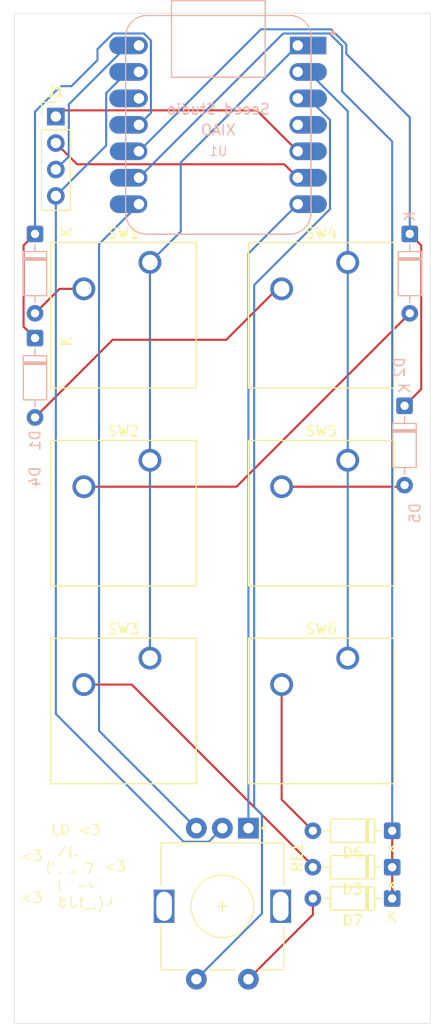
<source format=kicad_pcb>
(kicad_pcb (version 20241229) (generator "pcbnew") (generator_version "9.0")
  (layers (0 "F.Cu" signal) (2 "B.Cu" signal) (13 "F.Paste" user) (15 "B.Paste" user) (5 "F.SilkS" user "F.Silkscreen") (7 "B.SilkS" user "B.Silkscreen") (1 "F.Mask" user) (3 "B.Mask" user) (25 "Edge.Cuts" user))
  (net 0 "")
  (net 1 "ROW1")
  (net 2 "Net-(D1-A)")
  (net 3 "Net-(D2-A)")
  (net 4 "ROW2")
  (net 5 "ROW3")
  (net 6 "Net-(D3-A)")
  (net 7 "Net-(D4-A)")
  (net 8 "Net-(D5-A)")
  (net 9 "Net-(D6-A)")
  (net 10 "Net-(D7-A)")
  (net 11 "SCL")
  (net 12 "VCC")
  (net 13 "GND")
  (net 14 "SDA")
  (net 15 "COL3")
  (net 16 "RE1A")
  (net 17 "RE1B")
  (net 18 "COL1")
  (net 19 "COL2")
  (net 21 "unconnected-(U1-3V3-Pad12)")
  (footprint "MountingHole:MountingHole_3.2mm_M3" (layer "F.Cu") (at 113 150.5)
    (property "Reference" "REF**" (hide yes))
    (property "Value" "MountingHole_3.2mm_M3" (hide yes))
    (pad "" np_thru_hole circle (at 0 0) (size 3.2 3.2) (drill 3.2) (layers "*.Cu" "*.Mask"))
  )
  (footprint "Rotary_Encoder:RotaryEncoder_Alps_EC11E-Switch_Vertical_H20mm" (layer "F.Cu") (at 131.5 135.75 -90)
    (property "Reference" "RE1" (at 2.8 -4.7 90) (layer "F.SilkS"))
    (property "Value" "RotaryEncoder_Switch")
    (fp_line (start 5.5 8.4) (end 1.4 8.4) (stroke (width 0.12)) (layer "F.SilkS"))
    (fp_line (start 13.6 8.4) (end 9.5 8.4) (stroke (width 0.12)) (layer "F.SilkS"))
    (fp_line (start 13.6 6) (end 13.6 8.4) (stroke (width 0.12)) (layer "F.SilkS"))
    (fp_line (start 7 2.5) (end 8 2.5) (stroke (width 0.12)) (layer "F.SilkS"))
    (fp_line (start 7.5 2) (end 7.5 3) (stroke (width 0.12)) (layer "F.SilkS"))
    (fp_line (start 13.6 1.2) (end 13.6 3.8) (stroke (width 0.12)) (layer "F.SilkS"))
    (fp_line (start 0 -1.3) (end -0.3 -1.6) (stroke (width 0.12)) (layer "F.SilkS"))
    (fp_line (start -0.3 -1.6) (end 0.3 -1.6) (stroke (width 0.12)) (layer "F.SilkS"))
    (fp_line (start 0.3 -1.6) (end 0 -1.3) (stroke (width 0.12)) (layer "F.SilkS"))
    (fp_line (start 1.4 -3.4) (end 1.4 8.4) (stroke (width 0.12)) (layer "F.SilkS"))
    (fp_line (start 5.5 -3.4) (end 1.4 -3.4) (stroke (width 0.12)) (layer "F.SilkS"))
    (fp_line (start 9.5 -3.4) (end 13.6 -3.4) (stroke (width 0.12)) (layer "F.SilkS"))
    (fp_line (start 13.6 -3.4) (end 13.6 -1) (stroke (width 0.12)) (layer "F.SilkS"))
    (fp_circle (center 7.5 2.5) (end 10.5 2.5) (stroke (width 0.12)) (fill no) (layer "F.SilkS"))
    (pad "A" thru_hole rect (at 0 0 270) (size 2 2) (drill 1) (layers "*.Cu" "*.Mask") (net 16 "RE1A"))
    (pad "B" thru_hole circle (at 0 5 270) (size 2 2) (drill 1) (layers "*.Cu" "*.Mask") (net 17 "RE1B"))
    (pad "C" thru_hole circle (at 0 2.5 270) (size 2 2) (drill 1) (layers "*.Cu" "*.Mask") (net 13 "GND"))
    (pad "MP" thru_hole rect (at 7.5 -3.1 270) (size 3.2 2) (drill oval 2.8 1.5) (layers "*.Cu" "*.Mask"))
    (pad "MP" thru_hole rect (at 7.5 8.1 270) (size 3.2 2) (drill oval 2.8 1.5) (layers "*.Cu" "*.Mask"))
    (pad "S1" thru_hole circle (at 14.5 5 270) (size 2 2) (drill 1) (layers "*.Cu" "*.Mask") (net 15 "COL3"))
    (pad "S2" thru_hole circle (at 14.5 0 270) (size 2 2) (drill 1) (layers "*.Cu" "*.Mask") (net 10 "Net-(D7-A)"))
  )
  (footprint "Button_Switch_Keyboard:SW_Cherry_MX_1.00u_PCB" (layer "F.Cu") (at 141.04 119.42)
    (property "Reference" "SW6" (at -2.54 -2.794 0) (layer "F.SilkS"))
    (property "Value" "SW_Push_45deg")
    (fp_line (start -9.525 -1.905) (end 4.445 -1.905) (stroke (width 0.12)) (layer "F.SilkS"))
    (fp_line (start -9.525 12.065) (end -9.525 -1.905) (stroke (width 0.12)) (layer "F.SilkS"))
    (fp_line (start 4.445 -1.905) (end 4.445 12.065) (stroke (width 0.12)) (layer "F.SilkS"))
    (fp_line (start 4.445 12.065) (end -9.525 12.065) (stroke (width 0.12)) (layer "F.SilkS"))
    (pad "" np_thru_hole circle (at -7.62 5.08) (size 1.7 1.7) (drill 1.7) (layers "*.Cu" "*.Mask"))
    (pad "" np_thru_hole circle (at -2.54 5.08) (size 4 4) (drill 4) (layers "*.Cu" "*.Mask"))
    (pad "" np_thru_hole circle (at 2.54 5.08) (size 1.7 1.7) (drill 1.7) (layers "*.Cu" "*.Mask"))
    (pad "1" thru_hole circle (at 0 0) (size 2.2 2.2) (drill 1.5) (layers "*.Cu" "*.Mask") (net 19 "COL2"))
    (pad "2" thru_hole circle (at -6.35 2.54) (size 2.2 2.2) (drill 1.5) (layers "*.Cu" "*.Mask") (net 9 "Net-(D6-A)"))
  )
  (footprint "Connector_PinHeader_2.54mm:PinHeader_1x04_P2.54mm_Vertical" (layer "F.Cu") (at 113 67.42)
    (property "Reference" "J1" (at 0 -2.38 0) (layer "F.SilkS"))
    (property "Value" "OLED_DISPLAY")
    (fp_line (start -1.38 -1.38) (end 0 -1.38) (stroke (width 0.12)) (layer "F.SilkS"))
    (fp_line (start -1.38 0) (end -1.38 -1.38) (stroke (width 0.12)) (layer "F.SilkS"))
    (fp_line (start -1.38 1.27) (end -1.38 9) (stroke (width 0.12)) (layer "F.SilkS"))
    (fp_line (start -1.38 1.27) (end 1.38 1.27) (stroke (width 0.12)) (layer "F.SilkS"))
    (fp_line (start -1.38 9) (end 1.38 9) (stroke (width 0.12)) (layer "F.SilkS"))
    (fp_line (start 1.38 1.27) (end 1.38 9) (stroke (width 0.12)) (layer "F.SilkS"))
    (pad "1" thru_hole rect (at 0 0) (size 1.7 1.7) (drill 1) (layers "*.Cu" "*.Mask") (net 14 "SDA"))
    (pad "2" thru_hole circle (at 0 2.54) (size 1.7 1.7) (drill 1) (layers "*.Cu" "*.Mask") (net 11 "SCL"))
    (pad "3" thru_hole circle (at 0 5.08) (size 1.7 1.7) (drill 1) (layers "*.Cu" "*.Mask") (net 12 "VCC"))
    (pad "4" thru_hole circle (at 0 7.62) (size 1.7 1.7) (drill 1) (layers "*.Cu" "*.Mask") (net 13 "GND"))
  )
  (footprint "Button_Switch_Keyboard:SW_Cherry_MX_1.00u_PCB" (layer "F.Cu") (at 122.04 119.42)
    (property "Reference" "SW3" (at -2.54 -2.794 0) (layer "F.SilkS"))
    (property "Value" "SW_Push_45deg")
    (fp_line (start -9.525 -1.905) (end 4.445 -1.905) (stroke (width 0.12)) (layer "F.SilkS"))
    (fp_line (start -9.525 12.065) (end -9.525 -1.905) (stroke (width 0.12)) (layer "F.SilkS"))
    (fp_line (start 4.445 -1.905) (end 4.445 12.065) (stroke (width 0.12)) (layer "F.SilkS"))
    (fp_line (start 4.445 12.065) (end -9.525 12.065) (stroke (width 0.12)) (layer "F.SilkS"))
    (pad "" np_thru_hole circle (at -7.62 5.08) (size 1.7 1.7) (drill 1.7) (layers "*.Cu" "*.Mask"))
    (pad "" np_thru_hole circle (at -2.54 5.08) (size 4 4) (drill 4) (layers "*.Cu" "*.Mask"))
    (pad "" np_thru_hole circle (at 2.54 5.08) (size 1.7 1.7) (drill 1.7) (layers "*.Cu" "*.Mask"))
    (pad "1" thru_hole circle (at 0 0) (size 2.2 2.2) (drill 1.5) (layers "*.Cu" "*.Mask") (net 18 "COL1"))
    (pad "2" thru_hole circle (at -6.35 2.54) (size 2.2 2.2) (drill 1.5) (layers "*.Cu" "*.Mask") (net 6 "Net-(D3-A)"))
  )
  (footprint "MountingHole:MountingHole_3.2mm_M3" (layer "F.Cu") (at 145 61.5)
    (property "Reference" "REF**" (hide yes))
    (property "Value" "MountingHole_3.2mm_M3" (hide yes))
    (pad "" np_thru_hole circle (at 0 0) (size 3.2 3.2) (drill 3.2) (layers "*.Cu" "*.Mask"))
  )
  (footprint "Button_Switch_Keyboard:SW_Cherry_MX_1.00u_PCB" (layer "F.Cu") (at 122.04 100.42)
    (property "Reference" "SW2" (at -2.54 -2.794 0) (layer "F.SilkS"))
    (property "Value" "SW_Push_45deg")
    (fp_line (start -9.525 -1.905) (end 4.445 -1.905) (stroke (width 0.12)) (layer "F.SilkS"))
    (fp_line (start -9.525 12.065) (end -9.525 -1.905) (stroke (width 0.12)) (layer "F.SilkS"))
    (fp_line (start 4.445 -1.905) (end 4.445 12.065) (stroke (width 0.12)) (layer "F.SilkS"))
    (fp_line (start 4.445 12.065) (end -9.525 12.065) (stroke (width 0.12)) (layer "F.SilkS"))
    (pad "" np_thru_hole circle (at -7.62 5.08) (size 1.7 1.7) (drill 1.7) (layers "*.Cu" "*.Mask"))
    (pad "" np_thru_hole circle (at -2.54 5.08) (size 4 4) (drill 4) (layers "*.Cu" "*.Mask"))
    (pad "" np_thru_hole circle (at 2.54 5.08) (size 1.7 1.7) (drill 1.7) (layers "*.Cu" "*.Mask"))
    (pad "1" thru_hole circle (at 0 0) (size 2.2 2.2) (drill 1.5) (layers "*.Cu" "*.Mask") (net 18 "COL1"))
    (pad "2" thru_hole circle (at -6.35 2.54) (size 2.2 2.2) (drill 1.5) (layers "*.Cu" "*.Mask") (net 3 "Net-(D2-A)"))
  )
  (footprint "Diode_THT:D_DO-35_SOD27_P7.62mm_Horizontal" (layer "F.Cu") (at 145.31 142.5 180)
    (property "Reference" "D7" (at 3.81 -2.12 0) (layer "F.SilkS"))
    (property "Value" "1N4148" (hide yes))
    (fp_line (start 6.58 0) (end 5.93 0) (stroke (width 0.12)) (layer "F.SilkS"))
    (fp_line (start 2.53 -1.12) (end 2.53 1.12) (stroke (width 0.12)) (layer "F.SilkS"))
    (fp_line (start 2.41 -1.12) (end 2.41 1.12) (stroke (width 0.12)) (layer "F.SilkS"))
    (fp_line (start 2.29 -1.12) (end 2.29 1.12) (stroke (width 0.12)) (layer "F.SilkS"))
    (fp_line (start 1.04 0) (end 1.69 0) (stroke (width 0.12)) (layer "F.SilkS"))
    (fp_rect (start 1.69 -1.12) (end 5.93 1.12) (stroke (width 0.12)) (fill no) (layer "F.SilkS"))
    (fp_text user "K" (at 0 -1.8 0) (layer "F.SilkS"))
    (pad "1" thru_hole roundrect (at 0 0 180) (size 1.6 1.6) (drill 0.8) (layers "*.Cu" "*.Mask") (roundrect_rratio 0.15625) (net 5 "ROW3"))
    (pad "2" thru_hole circle (at 7.62 0 180) (size 1.6 1.6) (drill 0.8) (layers "*.Cu" "*.Mask") (net 10 "Net-(D7-A)"))
  )
  (footprint "Button_Switch_Keyboard:SW_Cherry_MX_1.00u_PCB" (layer "F.Cu") (at 141.04 81.42)
    (property "Reference" "SW4" (at -2.54 -2.794 0) (layer "F.SilkS"))
    (property "Value" "SW_Push_45deg")
    (fp_line (start -9.525 -1.905) (end 4.445 -1.905) (stroke (width 0.12)) (layer "F.SilkS"))
    (fp_line (start -9.525 12.065) (end -9.525 -1.905) (stroke (width 0.12)) (layer "F.SilkS"))
    (fp_line (start 4.445 -1.905) (end 4.445 12.065) (stroke (width 0.12)) (layer "F.SilkS"))
    (fp_line (start 4.445 12.065) (end -9.525 12.065) (stroke (width 0.12)) (layer "F.SilkS"))
    (pad "" np_thru_hole circle (at -7.62 5.08) (size 1.7 1.7) (drill 1.7) (layers "*.Cu" "*.Mask"))
    (pad "" np_thru_hole circle (at -2.54 5.08) (size 4 4) (drill 4) (layers "*.Cu" "*.Mask"))
    (pad "" np_thru_hole circle (at 2.54 5.08) (size 1.7 1.7) (drill 1.7) (layers "*.Cu" "*.Mask"))
    (pad "1" thru_hole circle (at 0 0) (size 2.2 2.2) (drill 1.5) (layers "*.Cu" "*.Mask") (net 19 "COL2"))
    (pad "2" thru_hole circle (at -6.35 2.54) (size 2.2 2.2) (drill 1.5) (layers "*.Cu" "*.Mask") (net 7 "Net-(D4-A)"))
  )
  (footprint "MountingHole:MountingHole_3.2mm_M3" (layer "F.Cu") (at 113 61.5)
    (property "Reference" "REF**" (hide yes))
    (property "Value" "MountingHole_3.2mm_M3" (hide yes))
    (pad "" np_thru_hole circle (at 0 0) (size 3.2 3.2) (drill 3.2) (layers "*.Cu" "*.Mask"))
  )
  (footprint "Diode_THT:D_DO-35_SOD27_P7.62mm_Horizontal" (layer "F.Cu") (at 145.31 139.5 180)
    (property "Reference" "D3" (at 3.81 -2.12 0) (layer "F.SilkS"))
    (property "Value" "1N4148" (hide yes))
    (fp_line (start 6.58 0) (end 5.93 0) (stroke (width 0.12)) (layer "F.SilkS"))
    (fp_line (start 2.53 -1.12) (end 2.53 1.12) (stroke (width 0.12)) (layer "F.SilkS"))
    (fp_line (start 2.41 -1.12) (end 2.41 1.12) (stroke (width 0.12)) (layer "F.SilkS"))
    (fp_line (start 2.29 -1.12) (end 2.29 1.12) (stroke (width 0.12)) (layer "F.SilkS"))
    (fp_line (start 1.04 0) (end 1.69 0) (stroke (width 0.12)) (layer "F.SilkS"))
    (fp_rect (start 1.69 -1.12) (end 5.93 1.12) (stroke (width 0.12)) (fill no) (layer "F.SilkS"))
    (fp_text user "K" (at 0 -1.8 0) (layer "F.SilkS"))
    (pad "1" thru_hole roundrect (at 0 0 180) (size 1.6 1.6) (drill 0.8) (layers "*.Cu" "*.Mask") (roundrect_rratio 0.15625) (net 5 "ROW3"))
    (pad "2" thru_hole circle (at 7.62 0 180) (size 1.6 1.6) (drill 0.8) (layers "*.Cu" "*.Mask") (net 6 "Net-(D3-A)"))
  )
  (footprint "Button_Switch_Keyboard:SW_Cherry_MX_1.00u_PCB" (layer "F.Cu") (at 122.04 81.42)
    (property "Reference" "SW1" (at -2.54 -2.794 0) (layer "F.SilkS"))
    (property "Value" "SW_Push_45deg")
    (fp_line (start -9.525 -1.905) (end 4.445 -1.905) (stroke (width 0.12)) (layer "F.SilkS"))
    (fp_line (start -9.525 12.065) (end -9.525 -1.905) (stroke (width 0.12)) (layer "F.SilkS"))
    (fp_line (start 4.445 -1.905) (end 4.445 12.065) (stroke (width 0.12)) (layer "F.SilkS"))
    (fp_line (start 4.445 12.065) (end -9.525 12.065) (stroke (width 0.12)) (layer "F.SilkS"))
    (pad "" np_thru_hole circle (at -7.62 5.08) (size 1.7 1.7) (drill 1.7) (layers "*.Cu" "*.Mask"))
    (pad "" np_thru_hole circle (at -2.54 5.08) (size 4 4) (drill 4) (layers "*.Cu" "*.Mask"))
    (pad "" np_thru_hole circle (at 2.54 5.08) (size 1.7 1.7) (drill 1.7) (layers "*.Cu" "*.Mask"))
    (pad "1" thru_hole circle (at 0 0) (size 2.2 2.2) (drill 1.5) (layers "*.Cu" "*.Mask") (net 18 "COL1"))
    (pad "2" thru_hole circle (at -6.35 2.54) (size 2.2 2.2) (drill 1.5) (layers "*.Cu" "*.Mask") (net 2 "Net-(D1-A)"))
  )
  (footprint "Diode_THT:D_DO-35_SOD27_P7.62mm_Horizontal" (layer "F.Cu") (at 145.31 136 180)
    (property "Reference" "D6" (at 3.81 -2.12 0) (layer "F.SilkS"))
    (property "Value" "1N4148" (hide yes))
    (fp_line (start 6.58 0) (end 5.93 0) (stroke (width 0.12)) (layer "F.SilkS"))
    (fp_line (start 2.53 -1.12) (end 2.53 1.12) (stroke (width 0.12)) (layer "F.SilkS"))
    (fp_line (start 2.41 -1.12) (end 2.41 1.12) (stroke (width 0.12)) (layer "F.SilkS"))
    (fp_line (start 2.29 -1.12) (end 2.29 1.12) (stroke (width 0.12)) (layer "F.SilkS"))
    (fp_line (start 1.04 0) (end 1.69 0) (stroke (width 0.12)) (layer "F.SilkS"))
    (fp_rect (start 1.69 -1.12) (end 5.93 1.12) (stroke (width 0.12)) (fill no) (layer "F.SilkS"))
    (fp_text user "K" (at 0 -1.8 0) (layer "F.SilkS"))
    (pad "1" thru_hole roundrect (at 0 0 180) (size 1.6 1.6) (drill 0.8) (layers "*.Cu" "*.Mask") (roundrect_rratio 0.15625) (net 5 "ROW3"))
    (pad "2" thru_hole circle (at 7.62 0 180) (size 1.6 1.6) (drill 0.8) (layers "*.Cu" "*.Mask") (net 9 "Net-(D6-A)"))
  )
  (footprint "Button_Switch_Keyboard:SW_Cherry_MX_1.00u_PCB" (layer "F.Cu") (at 141.04 100.42)
    (property "Reference" "SW5" (at -2.54 -2.794 0) (layer "F.SilkS"))
    (property "Value" "SW_Push_45deg")
    (fp_line (start -9.525 -1.905) (end 4.445 -1.905) (stroke (width 0.12)) (layer "F.SilkS"))
    (fp_line (start -9.525 12.065) (end -9.525 -1.905) (stroke (width 0.12)) (layer "F.SilkS"))
    (fp_line (start 4.445 -1.905) (end 4.445 12.065) (stroke (width 0.12)) (layer "F.SilkS"))
    (fp_line (start 4.445 12.065) (end -9.525 12.065) (stroke (width 0.12)) (layer "F.SilkS"))
    (pad "" np_thru_hole circle (at -7.62 5.08) (size 1.7 1.7) (drill 1.7) (layers "*.Cu" "*.Mask"))
    (pad "" np_thru_hole circle (at -2.54 5.08) (size 4 4) (drill 4) (layers "*.Cu" "*.Mask"))
    (pad "" np_thru_hole circle (at 2.54 5.08) (size 1.7 1.7) (drill 1.7) (layers "*.Cu" "*.Mask"))
    (pad "1" thru_hole circle (at 0 0) (size 2.2 2.2) (drill 1.5) (layers "*.Cu" "*.Mask") (net 19 "COL2"))
    (pad "2" thru_hole circle (at -6.35 2.54) (size 2.2 2.2) (drill 1.5) (layers "*.Cu" "*.Mask") (net 8 "Net-(D5-A)"))
  )
  (footprint "MountingHole:MountingHole_3.2mm_M3" (layer "F.Cu") (at 145 150.5)
    (property "Reference" "REF**" (hide yes))
    (property "Value" "MountingHole_3.2mm_M3" (hide yes))
    (pad "" np_thru_hole circle (at 0 0) (size 3.2 3.2) (drill 3.2) (layers "*.Cu" "*.Mask"))
  )
  (footprint "Diode_THT:D_DO-35_SOD27_P7.62mm_Horizontal" (layer "B.Cu") (at 111 78.69 -90)
    (property "Reference" "D1" (at 19.81 0 90) (layer "B.SilkS") (effects (justify mirror)))
    (property "Value" "1N4148" (hide yes))
    (fp_line (start 2.29 1.12) (end 2.29 -1.12) (stroke (width 0.12)) (layer "B.SilkS"))
    (fp_line (start 2.41 1.12) (end 2.41 -1.12) (stroke (width 0.12)) (layer "B.SilkS"))
    (fp_line (start 2.53 1.12) (end 2.53 -1.12) (stroke (width 0.12)) (layer "B.SilkS"))
    (fp_line (start 1.04 0) (end 1.69 0) (stroke (width 0.12)) (layer "B.SilkS"))
    (fp_line (start 6.58 0) (end 5.93 0) (stroke (width 0.12)) (layer "B.SilkS"))
    (fp_rect (start 1.69 1.12) (end 5.93 -1.12) (stroke (width 0.12)) (fill no) (layer "B.SilkS"))
    (pad "1" thru_hole roundrect (at 0 0 270) (size 1.6 1.6) (drill 0.8) (layers "*.Cu" "*.Mask") (roundrect_rratio 0.15625) (net 1 "ROW1"))
    (pad "2" thru_hole circle (at 7.62 0 270) (size 1.6 1.6) (drill 0.8) (layers "*.Cu" "*.Mask") (net 2 "Net-(D1-A)"))
  )
  (footprint "Diode_THT:D_DO-35_SOD27_P7.62mm_Horizontal" (layer "B.Cu") (at 147 78.69 -90)
    (property "Reference" "D2" (at 12.81 1 90) (layer "B.SilkS") (effects (justify mirror)))
    (property "Value" "1N4148")
    (fp_line (start 2.29 1.12) (end 2.29 -1.12) (stroke (width 0.12)) (layer "B.SilkS"))
    (fp_line (start 2.41 1.12) (end 2.41 -1.12) (stroke (width 0.12)) (layer "B.SilkS"))
    (fp_line (start 2.53 1.12) (end 2.53 -1.12) (stroke (width 0.12)) (layer "B.SilkS"))
    (fp_line (start 1.04 0) (end 1.69 0) (stroke (width 0.12)) (layer "B.SilkS"))
    (fp_line (start 6.58 0) (end 5.93 0) (stroke (width 0.12)) (layer "B.SilkS"))
    (fp_rect (start 1.69 1.12) (end 5.93 -1.12) (stroke (width 0.12)) (fill no) (layer "B.SilkS"))
    (fp_text user "K" (at -1.69 0 90) (layer "B.SilkS") (effects (justify mirror)))
    (pad "1" thru_hole roundrect (at 0 0 270) (size 1.6 1.6) (drill 0.8) (layers "*.Cu" "*.Mask") (roundrect_rratio 0.15625) (net 4 "ROW2"))
    (pad "2" thru_hole circle (at 7.62 0 270) (size 1.6 1.6) (drill 0.8) (layers "*.Cu" "*.Mask") (net 3 "Net-(D2-A)"))
  )
  (footprint "Diode_THT:D_DO-35_SOD27_P7.62mm_Horizontal" (layer "B.Cu") (at 146.5 95.19 -90)
    (property "Reference" "D5" (at 10.31 -1 90) (layer "B.SilkS") (effects (justify mirror)))
    (property "Value" "1N4148" (hide yes))
    (fp_line (start 2.29 1.12) (end 2.29 -1.12) (stroke (width 0.12)) (layer "B.SilkS"))
    (fp_line (start 2.41 1.12) (end 2.41 -1.12) (stroke (width 0.12)) (layer "B.SilkS"))
    (fp_line (start 2.53 1.12) (end 2.53 -1.12) (stroke (width 0.12)) (layer "B.SilkS"))
    (fp_line (start 1.04 0) (end 1.69 0) (stroke (width 0.12)) (layer "B.SilkS"))
    (fp_line (start 6.58 0) (end 5.93 0) (stroke (width 0.12)) (layer "B.SilkS"))
    (fp_rect (start 1.69 1.12) (end 5.93 -1.12) (stroke (width 0.12)) (fill no) (layer "B.SilkS"))
    (fp_text user "K" (at -1.69 0 90) (layer "B.SilkS") (effects (justify mirror)))
    (pad "1" thru_hole roundrect (at 0 0 270) (size 1.6 1.6) (drill 0.8) (layers "*.Cu" "*.Mask") (roundrect_rratio 0.15625) (net 4 "ROW2"))
    (pad "2" thru_hole circle (at 7.62 0 270) (size 1.6 1.6) (drill 0.8) (layers "*.Cu" "*.Mask") (net 8 "Net-(D5-A)"))
  )
  (footprint "footprints:XIAO-Generic-Hybrid-14P-2.54-21X17.8MM" (layer "B.Cu") (at 128.6105 68.212015 180)
    (property "Reference" "U1" (at 0 -2.54 0) (layer "B.SilkS") (effects (font (size 0.889 0.889) (thickness 0.1016)) (justify mirror)))
    (property "Value" "MOUDLE-SEEEDUINO-XIAO" (hide yes))
    (fp_line (start 8.9 -8.5) (end 8.9 8.5) (stroke (width 0.127)) (layer "B.SilkS"))
    (fp_line (start 6.9 10.49909) (end -6.9 10.49909) (stroke (width 0.127)) (layer "B.SilkS"))
    (fp_line (start 4.5 11.92403) (end 4.5 4.57073) (stroke (width 0.127)) (layer "B.SilkS"))
    (fp_line (start 4.5 4.57073) (end -4.5 4.57073) (stroke (width 0.127)) (layer "B.SilkS"))
    (fp_line (start -4.5 11.92403) (end 4.5 11.92403) (stroke (width 0.127)) (layer "B.SilkS"))
    (fp_line (start -4.5 4.57073) (end -4.5 11.92403) (stroke (width 0.127)) (layer "B.SilkS"))
    (fp_line (start -6.9 -10.5) (end 6.9 -10.5) (stroke (width 0.127)) (layer "B.SilkS"))
    (fp_line (start -8.9 8.5) (end -8.9 -8.5) (stroke (width 0.127)) (layer "B.SilkS"))
    (fp_arc (start 8.9 8.5) (mid 8.301492 9.901492) (end 6.9 10.5) (stroke (width 0.12)) (layer "B.SilkS"))
    (fp_arc (start 6.9 -10.5) (mid 8.314214 -9.914214) (end 8.9 -8.5) (stroke (width 0.12)) (layer "B.SilkS"))
    (fp_arc (start -6.9 10.5) (mid -8.301491 9.901491) (end -8.9 8.5) (stroke (width 0.12)) (layer "B.SilkS"))
    (fp_arc (start -8.9 -8.5) (mid -8.301423 -9.901423) (end -6.9 -10.5) (stroke (width 0.12)) (layer "B.SilkS"))
    (fp_circle (center -11 8.8) (end -11 9.054) (fill yes) (layer "B.SilkS"))
    (fp_poly (pts (xy -8.887715 8.561705) (xy -8.884667 8.610473) (xy -8.880603 8.659494)) (stroke (width 0.0254)) (fill no) (layer "B.SilkS"))
    (fp_poly (pts (xy 8.889492 -8.521574) (xy 8.887713 -8.57085) (xy 8.884665 -8.619618) (xy 8.880601 -8.668639) (xy 8.875268 -8.717407) (xy 8.868664 -8.766175) (xy 8.861044 -8.81469) (xy 8.852153 -8.86295) (xy 8.842248 -8.910955)) (stroke (width 0.0254)) (fill no) (layer "B.SilkS"))
    (fp_text user "XIAO" (at 0 -0.5 0) (layer "B.SilkS") (effects (justify mirror)))
    (fp_text user "Seeed Studio" (at 0 1.5 0) (layer "B.SilkS") (effects (justify mirror)))
    (pad "1" thru_hole rect (at -7.625 7.62 180) (size 3.5 1.7) (drill 1 (offset -1 0)) (layers "*.Cu" "*.Mask") (net 18 "COL1"))
    (pad "2" thru_hole oval (at -7.625 5.08 180) (size 3.6 1.7) (drill 1 (offset -1 0)) (layers "*.Cu" "*.Mask") (net 19 "COL2"))
    (pad "3" thru_hole oval (at -7.625 2.54 180) (size 3.6 1.7) (drill 1 (offset -1 0)) (layers "*.Cu" "*.Mask") (net 15 "COL3"))
    (pad "4" thru_hole oval (at -7.625 0 180) (size 3.6 1.7) (drill 1 (offset -1 0)) (layers "*.Cu" "*.Mask"))
    (pad "5" thru_hole oval (at -7.625 -2.54 180) (size 3.6 1.7) (drill 1 (offset -1 0)) (layers "*.Cu" "*.Mask") (net 14 "SDA"))
    (pad "6" thru_hole oval (at -7.625 -5.08) (size 3.6 1.7) (drill 1 (offset 1 0)) (layers "*.Cu" "*.Mask") (net 11 "SCL"))
    (pad "7" thru_hole oval (at -7.625 -7.62 180) (size 3.6 1.7) (drill 1 (offset -1 0)) (layers "*.Cu" "*.Mask") (net 16 "RE1A"))
    (pad "8" thru_hole oval (at 7.625 -7.62 180) (size 3.6 1.7) (drill 1 (offset 1 0)) (layers "*.Cu" "*.Mask") (net 17 "RE1B"))
    (pad "9" thru_hole oval (at 7.625 -5.08 180) (size 3.6 1.7) (drill 1 (offset 1 0)) (layers "*.Cu" "*.Mask") (net 5 "ROW3"))
    (pad "10" thru_hole oval (at 7.625 -2.54 180) (size 3.6 1.7) (drill 1 (offset 1 0)) (layers "*.Cu" "*.Mask") (net 4 "ROW2"))
    (pad "11" thru_hole oval (at 7.625 0 180) (size 3.7 1.7) (drill 1 (offset 1 0)) (layers "*.Cu" "*.Mask") (net 1 "ROW1"))
    (pad "12" thru_hole oval (at 7.625 2.54 180) (size 3.7 1.7) (drill 1 (offset 1 0)) (layers "*.Cu" "*.Mask") (net 21 "unconnected-(U1-3V3-Pad12)"))
    (pad "13" thru_hole oval (at 7.625 5.08 180) (size 3.7 1.7) (drill 1 (offset 1 0)) (layers "*.Cu" "*.Mask") (net 13 "GND"))
    (pad "14" thru_hole oval (at 7.625 7.62 180) (size 3.7 1.7) (drill 1 (offset 1 0)) (layers "*.Cu" "*.Mask") (net 12 "VCC"))
  )
  (footprint "Diode_THT:D_DO-35_SOD27_P7.62mm_Horizontal" (layer "B.Cu") (at 111 88.69 -90)
    (property "Reference" "D4" (at 13.31 0 90) (layer "B.SilkS") (effects (justify mirror)))
    (property "Value" "1N4148" (hide yes))
    (fp_line (start 2.29 1.12) (end 2.29 -1.12) (stroke (width 0.12)) (layer "B.SilkS"))
    (fp_line (start 2.41 1.12) (end 2.41 -1.12) (stroke (width 0.12)) (layer "B.SilkS"))
    (fp_line (start 2.53 1.12) (end 2.53 -1.12) (stroke (width 0.12)) (layer "B.SilkS"))
    (fp_line (start 1.04 0) (end 1.69 0) (stroke (width 0.12)) (layer "B.SilkS"))
    (fp_line (start 6.58 0) (end 5.93 0) (stroke (width 0.12)) (layer "B.SilkS"))
    (fp_rect (start 1.69 1.12) (end 5.93 -1.12) (stroke (width 0.12)) (fill no) (layer "B.SilkS"))
    (pad "1" thru_hole roundrect (at 0 0 270) (size 1.6 1.6) (drill 0.8) (layers "*.Cu" "*.Mask") (roundrect_rratio 0.15625) (net 1 "ROW1"))
    (pad "2" thru_hole circle (at 7.62 0 270) (size 1.6 1.6) (drill 0.8) (layers "*.Cu" "*.Mask") (net 7 "Net-(D4-A)"))
  )
  (gr_rect (start 109 57.5) (end 149 154.5) (stroke (width 0.05)) (fill no) (layer "Edge.Cuts"))
  (gr_text "ŁD <3" (at 112.5 136.5 0) (layer "F.SilkS") (effects (font (size 1 1) (thickness 0.1)) (justify left bottom)))
  (gr_text "<3" (at 109.5 139 0) (layer "F.SilkS") (effects (font (size 1 1) (thickness 0.1)) (justify left bottom)))
  (gr_text "  ／l、             \n（ﾟ､ ｡ ７         \n  l  ~ヽ       \n  じしf_,)ノ" (at 111.5 143.5 0) (layer "F.SilkS") (effects (font (size 1 1) (thickness 0.1)) (justify left bottom)))
  (gr_text "K" (at 114 78.5 90) (layer "F.SilkS") (effects (font (size 1 1))))
  (gr_text "<3" (at 109.5 143 0) (layer "F.SilkS") (effects (font (size 1 1) (thickness 0.1)) (justify left bottom)))
  (gr_text "K" (at 114 89 90) (layer "F.SilkS") (effects (font (size 1 1))))
  (gr_text "<3" (at 117.5 140 0) (layer "F.SilkS") (effects (font (size 1 1) (thickness 0.1)) (justify left bottom)))
  (segment (start 109.899 79.791) (end 111 78.69) (width 0.2) (layer "F.Cu") (net 1))
  (segment (start 111 88.69) (end 109.899 87.589) (width 0.2) (layer "F.Cu") (net 1))
  (segment (start 109.899 87.589) (end 109.899 79.791) (width 0.2) (layer "F.Cu") (net 1))
  (segment (start 118.50874 59.441015) (end 121.46226 59.441015) (width 0.2) (layer "B.Cu") (net 1))
  (segment (start 113.449755 64.5) (end 114.5 64.5) (width 0.2) (layer "B.Cu") (net 1))
  (segment (start 114.5 64.5) (end 117 62) (width 0.2) (layer "B.Cu") (net 1))
  (segment (start 122.1365 60.115255) (end 122.1365 67.061015) (width 0.2) (layer "B.Cu") (net 1))
  (segment (start 121.46226 59.441015) (end 122.1365 60.115255) (width 0.2) (layer "B.Cu") (net 1))
  (segment (start 111 66.949755) (end 113.449755 64.5) (width 0.2) (layer "B.Cu") (net 1))
  (segment (start 111 78.69) (end 111 66.949755) (width 0.2) (layer "B.Cu") (net 1))
  (segment (start 117 60.949755) (end 118.50874 59.441015) (width 0.2) (layer "B.Cu") (net 1))
  (segment (start 117 62) (end 117 60.949755) (width 0.2) (layer "B.Cu") (net 1))
  (segment (start 122.1365 67.061015) (end 120.9855 68.212015) (width 0.2) (layer "B.Cu") (net 1))
  (segment (start 113.35 83.96) (end 115.69 83.96) (width 0.2) (layer "F.Cu") (net 2))
  (segment (start 111 86.31) (end 113.35 83.96) (width 0.2) (layer "F.Cu") (net 2))
  (segment (start 130.35 102.96) (end 147 86.31) (width 0.2) (layer "F.Cu") (net 3))
  (segment (start 115.69 102.96) (end 130.35 102.96) (width 0.2) (layer "F.Cu") (net 3))
  (segment (start 148.101 93.589) (end 148.101 79.791) (width 0.2) (layer "F.Cu") (net 4))
  (segment (start 146.5 95.19) (end 148.101 93.589) (width 0.2) (layer "F.Cu") (net 4))
  (segment (start 148.101 79.791) (end 147 78.69) (width 0.2) (layer "F.Cu") (net 4))
  (segment (start 132.6975 59.040015) (end 120.9855 70.752015) (width 0.2) (layer "B.Cu") (net 4))
  (segment (start 147 78.69) (end 147 67.5) (width 0.2) (layer "B.Cu") (net 4))
  (segment (start 147 67.5) (end 140.901 61.401) (width 0.2) (layer "B.Cu") (net 4))
  (segment (start 139.4526 59.040015) (end 132.6975 59.040015) (width 0.2) (layer "B.Cu") (net 4))
  (segment (start 140.901 60.488415) (end 139.4526 59.040015) (width 0.2) (layer "B.Cu") (net 4))
  (segment (start 140.901 61.401) (end 140.901 60.488415) (width 0.2) (layer "B.Cu") (net 4))
  (segment (start 145.31 142.5) (end 145.31 139.5) (width 0.2) (layer "F.Cu") (net 5))
  (segment (start 145.31 136) (end 145.31 139.5) (width 0.2) (layer "F.Cu") (net 5))
  (segment (start 120.9855 73.292015) (end 134.8365 59.441015) (width 0.2) (layer "B.Cu") (net 5))
  (segment (start 134.8365 59.441015) (end 139.2865 59.441015) (width 0.2) (layer "B.Cu") (net 5))
  (segment (start 140.5 60.654515) (end 140.5 65) (width 0.2) (layer "B.Cu") (net 5))
  (segment (start 140.5 65) (end 145.31 69.81) (width 0.2) (layer "B.Cu") (net 5))
  (segment (start 145.31 69.81) (end 145.31 136) (width 0.2) (layer "B.Cu") (net 5))
  (segment (start 139.2865 59.441015) (end 140.5 60.654515) (width 0.2) (layer "B.Cu") (net 5))
  (segment (start 137.69 139.5) (end 137.69 139.365184) (width 0.2) (layer "F.Cu") (net 6))
  (segment (start 137.69 139.365184) (end 120.284816 121.96) (width 0.2) (layer "F.Cu") (net 6))
  (segment (start 120.284816 121.96) (end 115.69 121.96) (width 0.2) (layer "F.Cu") (net 6))
  (segment (start 111 96.31) (end 118.459 88.851) (width 0.2) (layer "F.Cu") (net 7))
  (segment (start 129.37053 88.851) (end 134.26153 83.96) (width 0.2) (layer "F.Cu") (net 7))
  (segment (start 118.459 88.851) (end 129.37053 88.851) (width 0.2) (layer "F.Cu") (net 7))
  (segment (start 134.26153 83.96) (end 134.69 83.96) (width 0.2) (layer "F.Cu") (net 7))
  (segment (start 134.69 102.96) (end 146.35 102.96) (width 0.2) (layer "F.Cu") (net 8))
  (segment (start 146.35 102.96) (end 146.5 102.81) (width 0.2) (layer "F.Cu") (net 8))
  (segment (start 134.69 133) (end 134.69 121.96) (width 0.2) (layer "F.Cu") (net 9))
  (segment (start 137.69 136) (end 134.69 133) (width 0.2) (layer "F.Cu") (net 9))
  (segment (start 131.5 150.25) (end 137.69 144.06) (width 0.2) (layer "F.Cu") (net 10))
  (segment (start 137.69 144.06) (end 137.69 142.5) (width 0.2) (layer "F.Cu") (net 10))
  (segment (start 113 69.96) (end 115.04 72) (width 0.2) (layer "F.Cu") (net 11))
  (segment (start 134.943485 72) (end 136.2355 73.292015) (width 0.2) (layer "F.Cu") (net 11))
  (segment (start 115.04 72) (end 134.943485 72) (width 0.2) (layer "F.Cu") (net 11))
  (segment (start 119.89774 60.592015) (end 120.9855 60.592015) (width 0.2) (layer "F.Cu") (net 12))
  (segment (start 113 72.5) (end 114.251 71.249) (width 0.2) (layer "B.Cu") (net 12))
  (segment (start 114.251 66.238755) (end 119.89774 60.592015) (width 0.2) (layer "B.Cu") (net 12))
  (segment (start 114.251 71.249) (end 114.251 66.238755) (width 0.2) (layer "B.Cu") (net 12))
  (segment (start 119.89774 60.592015) (end 120.9855 60.592015) (width 0.2) (layer "B.Cu") (net 12))
  (segment (start 119.89774 63.132015) (end 120.9855 63.132015) (width 0.2) (layer "F.Cu") (net 13))
  (segment (start 121.375 62.88) (end 120.28724 62.88) (width 0.2) (layer "F.Cu") (net 13))
  (segment (start 129 135.75) (end 127.699 137.051) (width 0.2) (layer "B.Cu") (net 13))
  (segment (start 117.8345 70.2055) (end 117.8345 65.1655) (width 0.2) (layer "B.Cu") (net 13))
  (segment (start 113 75.04) (end 117.8345 70.2055) (width 0.2) (layer "B.Cu") (net 13))
  (segment (start 127.699 137.051) (end 125.27253 137.051) (width 0.2) (layer "B.Cu") (net 13))
  (segment (start 119.867985 63.132015) (end 120.9855 63.132015) (width 0.2) (layer "B.Cu") (net 13))
  (segment (start 113 124.77847) (end 113 75.04) (width 0.2) (layer "B.Cu") (net 13))
  (segment (start 125.27253 137.051) (end 113 124.77847) (width 0.2) (layer "B.Cu") (net 13))
  (segment (start 117.8345 65.1655) (end 119.867985 63.132015) (width 0.2) (layer "B.Cu") (net 13))
  (segment (start 132.3065 66.823015) (end 136.2355 70.752015) (width 0.2) (layer "F.Cu") (net 14))
  (segment (start 113 67.42) (end 113.596985 66.823015) (width 0.2) (layer "F.Cu") (net 14))
  (segment (start 113.596985 66.823015) (end 132.3065 66.823015) (width 0.2) (layer "F.Cu") (net 14))
  (segment (start 113 67.42) (end 113.611 66.809) (width 0.2) (layer "B.Cu") (net 14))
  (segment (start 132.051 83.594275) (end 132.051 133.699) (width 0.2) (layer "B.Cu") (net 15))
  (segment (start 132.051 133.699) (end 132.801 134.449) (width 0.2) (layer "B.Cu") (net 15))
  (segment (start 139.3365 67.735255) (end 139.3365 76.308775) (width 0.2) (layer "B.Cu") (net 15))
  (segment (start 132.801 134.449) (end 132.801 143.949) (width 0.2) (layer "B.Cu") (net 15))
  (segment (start 136.2355 65.672015) (end 137.27326 65.672015) (width 0.2) (layer "B.Cu") (net 15))
  (segment (start 132.801 143.949) (end 126.5 150.25) (width 0.2) (layer "B.Cu") (net 15))
  (segment (start 137.27326 65.672015) (end 139.3365 67.735255) (width 0.2) (layer "B.Cu") (net 15))
  (segment (start 139.3365 76.308775) (end 132.051 83.594275) (width 0.2) (layer "B.Cu") (net 15))
  (segment (start 131.5 80.567515) (end 136.2355 75.832015) (width 0.2) (layer "B.Cu") (net 16))
  (segment (start 131.5 135.75) (end 131.5 80.567515) (width 0.2) (layer "B.Cu") (net 16))
  (segment (start 117.149 79.668515) (end 120.9855 75.832015) (width 0.2) (layer "B.Cu") (net 17))
  (segment (start 126.5 135.75) (end 117.149 126.399) (width 0.2) (layer "B.Cu") (net 17))
  (segment (start 117.149 126.399) (end 117.149 79.668515) (width 0.2) (layer "B.Cu") (net 17))
  (segment (start 122.04 119.42) (end 122.04 100.42) (width 0.2) (layer "B.Cu") (net 18))
  (segment (start 136.2355 60.592015) (end 125 71.827515) (width 0.2) (layer "B.Cu") (net 18))
  (segment (start 125 71.827515) (end 125 78.46) (width 0.2) (layer "B.Cu") (net 18))
  (segment (start 122.04 100.42) (end 122.04 81.42) (width 0.2) (layer "B.Cu") (net 18))
  (segment (start 125 78.46) (end 122.04 81.42) (width 0.2) (layer "B.Cu") (net 18))
  (segment (start 136.2355 63.132015) (end 137.27326 63.132015) (width 0.2) (layer "F.Cu") (net 19))
  (segment (start 141.04 66.898755) (end 141.04 81.42) (width 0.2) (layer "B.Cu") (net 19))
  (segment (start 141.04 119.42) (end 141.04 100.42) (width 0.2) (layer "B.Cu") (net 19))
  (segment (start 141.04 100.42) (end 141.04 81.42) (width 0.2) (layer "B.Cu") (net 19))
  (segment (start 136.2355 63.132015) (end 137.27326 63.132015) (width 0.2) (layer "B.Cu") (net 19))
  (segment (start 137.27326 63.132015) (end 141.04 66.898755) (width 0.2) (layer "B.Cu") (net 19))
  (segment (start 121.375 65.42) (end 120.28724 65.42) (width 0.2) (layer "F.Cu") (net 21))
)
</source>
